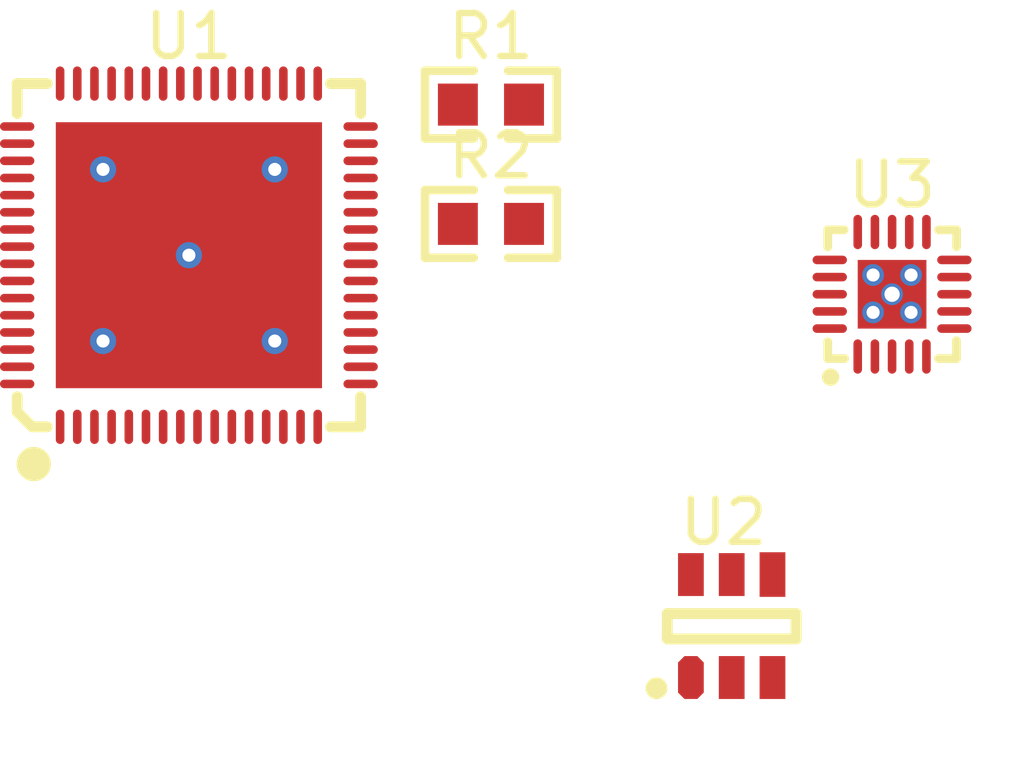
<source format=kicad_pcb>
(kicad_pcb (version 20241229) (generator "pcbnew") (generator_version "9.0")
  (layers (0 "F.Cu" signal) (2 "B.Cu" signal) (13 "F.Paste" user) (15 "B.Paste" user) (5 "F.SilkS" user "F.Silkscreen") (7 "B.SilkS" user "B.Silkscreen") (1 "F.Mask" user) (3 "B.Mask" user) (25 "Edge.Cuts" user))
  (net 0 "")
  (net 1 "GND")
  (net 2 "Net-(U2-ISET)")
  (net 3 "+3.3V")
  (net 4 "/PWRSTOP")
  (net 67 "/PWRSTART")
  (net 69 "+5V")
  (net 70 "VBUS")
  (footprint "CHXXX:0603" (layer "F.Cu") (at 109.211 71.81)
    (property "Reference" "R2" (at 0.77 -1.59 0) (layer "F.SilkS"))
    (property "Value" "51k")
    (fp_line (start -0.765 -0.79) (end 0.37 -0.79) (stroke (width 0.2)) (layer "F.SilkS"))
    (fp_line (start -0.765 0.79) (end -0.765 -0.79) (stroke (width 0.2)) (layer "F.SilkS"))
    (fp_line (start -0.765 0.79) (end 0.37 0.79) (stroke (width 0.2)) (layer "F.SilkS"))
    (fp_line (start 1.17 -0.79) (end 2.305 -0.79) (stroke (width 0.2)) (layer "F.SilkS"))
    (fp_line (start 1.17 0.79) (end 2.305 0.79) (stroke (width 0.2)) (layer "F.SilkS"))
    (fp_line (start 2.305 0.79) (end 2.305 -0.79) (stroke (width 0.2)) (layer "F.SilkS"))
    (pad "1" smd rect (at 0 0) (size 0.93 0.98) (layers "F.Cu" "F.Mask" "F.Paste") (net 4 "/PWRSTOP"))
    (pad "2" smd rect (at 1.54 0) (size 0.93 0.98) (layers "F.Cu" "F.Mask" "F.Paste") (net 3 "+3.3V"))
  )
  (footprint "CHXXX:QFN20_3X3" (layer "F.Cu") (at 119.3238 73.45)
    (property "Reference" "U3" (at 0 -2.5512 0) (layer "F.SilkS"))
    (property "Value" "CH211D")
    (fp_line (start -1.497 -1.5) (end -1.11824 -1.5) (stroke (width 0.2032)) (layer "F.SilkS"))
    (fp_line (start -1.497 -1.10483) (end -1.497 -1.5) (stroke (width 0.2032)) (layer "F.SilkS"))
    (fp_line (start -1.497 1.5) (end -1.497 1.10814) (stroke (width 0.203)) (layer "F.SilkS"))
    (fp_line (start -1.497 1.5) (end -1.10514 1.5) (stroke (width 0.203)) (layer "F.SilkS"))
    (fp_line (start 1.07904 1.5) (end 1.5 1.5) (stroke (width 0.2032)) (layer "F.SilkS"))
    (fp_line (start 1.08204 -1.5) (end 1.503 -1.5) (stroke (width 0.2032)) (layer "F.SilkS"))
    (fp_line (start 1.5 1.5) (end 1.5 1.08043) (stroke (width 0.2032)) (layer "F.SilkS"))
    (fp_line (start 1.503 -1.10763) (end 1.503 -1.5) (stroke (width 0.2032)) (layer "F.SilkS"))
    (fp_circle (center -1.43142 1.9304) (end -1.43142 1.8288) (stroke (width 0.2032)) (fill no) (layer "F.SilkS"))
    (pad "0" thru_hole circle (at -0.44186 -0.44872) (size 0.508 0.508) (drill 0.3048) (layers "*.Cu" "In1.Cu" "In2.Cu" "In3.Cu" "In4.Cu" "In5.Cu" "In6.Cu" "In7.Cu" "In8.Cu" "In9.Cu" "In10.Cu" "In11.Cu" "In12.Cu" "In13.Cu" "In14.Cu" "In15.Cu" "In16.Cu" "In17.Cu" "In18.Cu" "In19.Cu" "In20.Cu" "In21.Cu" "In22.Cu" "In23.Cu" "In24.Cu" "In25.Cu" "In26.Cu" "In27.Cu" "In28.Cu" "In29.Cu" "In30.Cu"))
    (pad "0" thru_hole circle (at -0.44186 0.4225) (size 0.508 0.508) (drill 0.3048) (layers "*.Cu" "In1.Cu" "In2.Cu" "In3.Cu" "In4.Cu" "In5.Cu" "In6.Cu" "In7.Cu" "In8.Cu" "In9.Cu" "In10.Cu" "In11.Cu" "In12.Cu" "In13.Cu" "In14.Cu" "In15.Cu" "In16.Cu" "In17.Cu" "In18.Cu" "In19.Cu" "In20.Cu" "In21.Cu" "In22.Cu" "In23.Cu" "In24.Cu" "In25.Cu" "In26.Cu" "In27.Cu" "In28.Cu" "In29.Cu" "In30.Cu"))
    (pad "0" thru_hole circle (at 0 0) (size 0.508 0.508) (drill 0.3556) (layers "*.Cu" "*.Mask" "In1.Cu" "In2.Cu" "In3.Cu" "In4.Cu" "In5.Cu" "In6.Cu" "In7.Cu" "In8.Cu" "In9.Cu" "In10.Cu" "In11.Cu" "In12.Cu" "In13.Cu" "In14.Cu" "In15.Cu" "In16.Cu" "In17.Cu" "In18.Cu" "In19.Cu" "In20.Cu" "In21.Cu" "In22.Cu" "In23.Cu" "In24.Cu" "In25.Cu" "In26.Cu" "In27.Cu" "In28.Cu" "In29.Cu" "In30.Cu"))
    (pad "0" smd rect (at 0 0 270) (size 1.6 1.6) (layers "F.Cu" "F.Mask" "F.Paste"))
    (pad "0" thru_hole circle (at 0.44206 -0.44872) (size 0.508 0.508) (drill 0.3048) (layers "*.Cu" "In1.Cu" "In2.Cu" "In3.Cu" "In4.Cu" "In5.Cu" "In6.Cu" "In7.Cu" "In8.Cu" "In9.Cu" "In10.Cu" "In11.Cu" "In12.Cu" "In13.Cu" "In14.Cu" "In15.Cu" "In16.Cu" "In17.Cu" "In18.Cu" "In19.Cu" "In20.Cu" "In21.Cu" "In22.Cu" "In23.Cu" "In24.Cu" "In25.Cu" "In26.Cu" "In27.Cu" "In28.Cu" "In29.Cu" "In30.Cu"))
    (pad "0" thru_hole circle (at 0.44206 0.4225) (size 0.508 0.508) (drill 0.3048) (layers "*.Cu" "In1.Cu" "In2.Cu" "In3.Cu" "In4.Cu" "In5.Cu" "In6.Cu" "In7.Cu" "In8.Cu" "In9.Cu" "In10.Cu" "In11.Cu" "In12.Cu" "In13.Cu" "In14.Cu" "In15.Cu" "In16.Cu" "In17.Cu" "In18.Cu" "In19.Cu" "In20.Cu" "In21.Cu" "In22.Cu" "In23.Cu" "In24.Cu" "In25.Cu" "In26.Cu" "In27.Cu" "In28.Cu" "In29.Cu" "In30.Cu"))
    (pad "1" smd oval (at -0.8 1.4512) (size 0.2 0.8) (layers "F.Cu" "F.Mask" "F.Paste"))
    (pad "2" smd oval (at -0.4 1.4512) (size 0.2 0.8) (layers "F.Cu" "F.Mask" "F.Paste"))
    (pad "3" smd oval (at 0 1.4512) (size 0.2 0.8) (layers "F.Cu" "F.Mask" "F.Paste"))
    (pad "4" smd oval (at 0.4 1.4512) (size 0.2 0.8) (layers "F.Cu" "F.Mask" "F.Paste"))
    (pad "5" smd oval (at 0.8 1.4512) (size 0.2 0.8) (layers "F.Cu" "F.Mask" "F.Paste"))
    (pad "6" smd oval (at 1.4512 0.8 90) (size 0.2 0.8) (layers "F.Cu" "F.Mask" "F.Paste"))
    (pad "7" smd oval (at 1.4512 0.4 90) (size 0.2 0.8) (layers "F.Cu" "F.Mask" "F.Paste"))
    (pad "8" smd oval (at 1.4512 0 90) (size 0.2 0.8) (layers "F.Cu" "F.Mask" "F.Paste"))
    (pad "9" smd oval (at 1.4512 -0.4 90) (size 0.2 0.8) (layers "F.Cu" "F.Mask" "F.Paste"))
    (pad "10" smd oval (at 1.4512 -0.8 90) (size 0.2 0.8) (layers "F.Cu" "F.Mask" "F.Paste"))
    (pad "11" smd oval (at 0.8002 -1.4512 180) (size 0.2 0.8) (layers "F.Cu" "F.Mask" "F.Paste"))
    (pad "12" smd oval (at 0.4002 -1.4512 180) (size 0.2 0.8) (layers "F.Cu" "F.Mask" "F.Paste"))
    (pad "13" smd oval (at 0.0002 -1.4512 180) (size 0.2 0.8) (layers "F.Cu" "F.Mask" "F.Paste"))
    (pad "14" smd oval (at -0.3998 -1.4512 180) (size 0.2 0.8) (layers "F.Cu" "F.Mask" "F.Paste"))
    (pad "15" smd oval (at -0.7998 -1.4512 180) (size 0.2 0.8) (layers "F.Cu" "F.Mask" "F.Paste"))
    (pad "16" smd oval (at -1.4512 -0.8 270) (size 0.2 0.8) (layers "F.Cu" "F.Mask" "F.Paste"))
    (pad "17" smd oval (at -1.4512 -0.4 270) (size 0.2 0.8) (layers "F.Cu" "F.Mask" "F.Paste"))
    (pad "18" smd oval (at -1.4512 0 270) (size 0.2 0.8) (layers "F.Cu" "F.Mask" "F.Paste"))
    (pad "19" smd oval (at -1.4512 0.4 270) (size 0.2 0.8) (layers "F.Cu" "F.Mask" "F.Paste"))
    (pad "20" smd oval (at -1.4512 0.8 270) (size 0.2 0.8) (layers "F.Cu" "F.Mask" "F.Paste"))
  )
  (footprint "CHXXX:0603" (layer "F.Cu") (at 109.211 69.03)
    (property "Reference" "R1" (at 0.77 -1.59 0) (layer "F.SilkS"))
    (property "Value" "24k")
    (fp_line (start -0.765 -0.79) (end 0.37 -0.79) (stroke (width 0.2)) (layer "F.SilkS"))
    (fp_line (start -0.765 0.79) (end -0.765 -0.79) (stroke (width 0.2)) (layer "F.SilkS"))
    (fp_line (start -0.765 0.79) (end 0.37 0.79) (stroke (width 0.2)) (layer "F.SilkS"))
    (fp_line (start 1.17 -0.79) (end 2.305 -0.79) (stroke (width 0.2)) (layer "F.SilkS"))
    (fp_line (start 1.17 0.79) (end 2.305 0.79) (stroke (width 0.2)) (layer "F.SilkS"))
    (fp_line (start 2.305 0.79) (end 2.305 -0.79) (stroke (width 0.2)) (layer "F.SilkS"))
    (pad "1" smd rect (at 0 0) (size 0.93 0.98) (layers "F.Cu" "F.Mask" "F.Paste") (net 1 "GND"))
    (pad "2" smd rect (at 1.54 0) (size 0.93 0.98) (layers "F.Cu" "F.Mask" "F.Paste") (net 2 "Net-(U2-ISET)"))
  )
  (footprint "CHXXX:QFN64_8X8" (layer "F.Cu") (at 102.946 72.54)
    (property "Reference" "U1" (at 0 -5.1 0) (layer "F.SilkS"))
    (property "Value" "CH634W6G")
    (fp_line (start -4 -4) (end -3.3 -4) (stroke (width 0.254)) (layer "F.SilkS"))
    (fp_line (start -4 -3.3) (end -4 -4) (stroke (width 0.254)) (layer "F.SilkS"))
    (fp_line (start -4 3.65) (end -4 3.3) (stroke (width 0.254)) (layer "F.SilkS"))
    (fp_line (start -4 3.65) (end -3.65 4) (stroke (width 0.254)) (layer "F.SilkS"))
    (fp_line (start -3.65 4) (end -3.3 4) (stroke (width 0.254)) (layer "F.SilkS"))
    (fp_line (start 3.3 -4) (end 4 -4) (stroke (width 0.254)) (layer "F.SilkS"))
    (fp_line (start 3.3 4) (end 4 4) (stroke (width 0.254)) (layer "F.SilkS"))
    (fp_line (start 4 -3.3) (end 4 -4) (stroke (width 0.254)) (layer "F.SilkS"))
    (fp_line (start 4 4) (end 4 3.3) (stroke (width 0.254)) (layer "F.SilkS"))
    (fp_circle (center -3.61347 4.86697) (end -3.61347 4.66697) (stroke (width 0.4)) (fill no) (layer "F.SilkS"))
    (pad "0" thru_hole circle (at -2 -2) (size 0.6096 0.6096) (drill 0.3048) (layers "*.Cu" "*.Mask" "In1.Cu" "In2.Cu" "In3.Cu" "In4.Cu" "In5.Cu" "In6.Cu" "In7.Cu" "In8.Cu" "In9.Cu" "In10.Cu" "In11.Cu" "In12.Cu" "In13.Cu" "In14.Cu" "In15.Cu" "In16.Cu" "In17.Cu" "In18.Cu" "In19.Cu" "In20.Cu" "In21.Cu" "In22.Cu" "In23.Cu" "In24.Cu" "In25.Cu" "In26.Cu" "In27.Cu" "In28.Cu" "In29.Cu" "In30.Cu"))
    (pad "0" thru_hole circle (at -2 2) (size 0.6096 0.6096) (drill 0.3048) (layers "*.Cu" "*.Mask" "In1.Cu" "In2.Cu" "In3.Cu" "In4.Cu" "In5.Cu" "In6.Cu" "In7.Cu" "In8.Cu" "In9.Cu" "In10.Cu" "In11.Cu" "In12.Cu" "In13.Cu" "In14.Cu" "In15.Cu" "In16.Cu" "In17.Cu" "In18.Cu" "In19.Cu" "In20.Cu" "In21.Cu" "In22.Cu" "In23.Cu" "In24.Cu" "In25.Cu" "In26.Cu" "In27.Cu" "In28.Cu" "In29.Cu" "In30.Cu"))
    (pad "0" thru_hole circle (at 0 0) (size 0.6096 0.6096) (drill 0.3048) (layers "*.Cu" "*.Mask" "In1.Cu" "In2.Cu" "In3.Cu" "In4.Cu" "In5.Cu" "In6.Cu" "In7.Cu" "In8.Cu" "In9.Cu" "In10.Cu" "In11.Cu" "In12.Cu" "In13.Cu" "In14.Cu" "In15.Cu" "In16.Cu" "In17.Cu" "In18.Cu" "In19.Cu" "In20.Cu" "In21.Cu" "In22.Cu" "In23.Cu" "In24.Cu" "In25.Cu" "In26.Cu" "In27.Cu" "In28.Cu" "In29.Cu" "In30.Cu"))
    (pad "0" smd rect (at 0 0) (size 6.2 6.2) (layers "F.Cu" "F.Mask" "F.Paste"))
    (pad "0" thru_hole circle (at 2 -2) (size 0.6096 0.6096) (drill 0.3048) (layers "*.Cu" "*.Mask" "In1.Cu" "In2.Cu" "In3.Cu" "In4.Cu" "In5.Cu" "In6.Cu" "In7.Cu" "In8.Cu" "In9.Cu" "In10.Cu" "In11.Cu" "In12.Cu" "In13.Cu" "In14.Cu" "In15.Cu" "In16.Cu" "In17.Cu" "In18.Cu" "In19.Cu" "In20.Cu" "In21.Cu" "In22.Cu" "In23.Cu" "In24.Cu" "In25.Cu" "In26.Cu" "In27.Cu" "In28.Cu" "In29.Cu" "In30.Cu"))
    (pad "0" thru_hole circle (at 2 2) (size 0.6096 0.6096) (drill 0.3048) (layers "*.Cu" "*.Mask" "In1.Cu" "In2.Cu" "In3.Cu" "In4.Cu" "In5.Cu" "In6.Cu" "In7.Cu" "In8.Cu" "In9.Cu" "In10.Cu" "In11.Cu" "In12.Cu" "In13.Cu" "In14.Cu" "In15.Cu" "In16.Cu" "In17.Cu" "In18.Cu" "In19.Cu" "In20.Cu" "In21.Cu" "In22.Cu" "In23.Cu" "In24.Cu" "In25.Cu" "In26.Cu" "In27.Cu" "In28.Cu" "In29.Cu" "In30.Cu"))
    (pad "1" smd oval (at -3 4) (size 0.2 0.8) (layers "F.Cu" "F.Mask" "F.Paste"))
    (pad "2" smd oval (at -2.6 4) (size 0.2 0.8) (layers "F.Cu" "F.Mask" "F.Paste"))
    (pad "3" smd oval (at -2.2 4) (size 0.2 0.8) (layers "F.Cu" "F.Mask" "F.Paste"))
    (pad "4" smd oval (at -1.8 4) (size 0.2 0.8) (layers "F.Cu" "F.Mask" "F.Paste"))
    (pad "5" smd oval (at -1.4 4) (size 0.2 0.8) (layers "F.Cu" "F.Mask" "F.Paste"))
    (pad "6" smd oval (at -1 4) (size 0.2 0.8) (layers "F.Cu" "F.Mask" "F.Paste"))
    (pad "7" smd oval (at -0.6 4) (size 0.2 0.8) (layers "F.Cu" "F.Mask" "F.Paste"))
    (pad "8" smd oval (at -0.2 4) (size 0.2 0.8) (layers "F.Cu" "F.Mask" "F.Paste"))
    (pad "9" smd oval (at 0.2 4) (size 0.2 0.8) (layers "F.Cu" "F.Mask" "F.Paste"))
    (pad "10" smd oval (at 0.6 4) (size 0.2 0.8) (layers "F.Cu" "F.Mask" "F.Paste"))
    (pad "11" smd oval (at 1 4) (size 0.2 0.8) (layers "F.Cu" "F.Mask" "F.Paste"))
    (pad "12" smd oval (at 1.4 4) (size 0.2 0.8) (layers "F.Cu" "F.Mask" "F.Paste"))
    (pad "13" smd oval (at 1.8 4) (size 0.2 0.8) (layers "F.Cu" "F.Mask" "F.Paste"))
    (pad "14" smd oval (at 2.2 4) (size 0.2 0.8) (layers "F.Cu" "F.Mask" "F.Paste"))
    (pad "15" smd oval (at 2.6 4) (size 0.2 0.8) (layers "F.Cu" "F.Mask" "F.Paste"))
    (pad "16" smd oval (at 3 4) (size 0.2 0.8) (layers "F.Cu" "F.Mask" "F.Paste"))
    (pad "17" smd oval (at 4 3 90) (size 0.2 0.8) (layers "F.Cu" "F.Mask" "F.Paste"))
    (pad "18" smd oval (at 4 2.6 90) (size 0.2 0.8) (layers "F.Cu" "F.Mask" "F.Paste"))
    (pad "19" smd oval (at 4 2.2 90) (size 0.2 0.8) (layers "F.Cu" "F.Mask" "F.Paste"))
    (pad "20" smd oval (at 4 1.8 90) (size 0.2 0.8) (layers "F.Cu" "F.Mask" "F.Paste"))
    (pad "21" smd oval (at 4 1.4 90) (size 0.2 0.8) (layers "F.Cu" "F.Mask" "F.Paste"))
    (pad "22" smd oval (at 4 1 90) (size 0.2 0.8) (layers "F.Cu" "F.Mask" "F.Paste"))
    (pad "23" smd oval (at 4 0.6 90) (size 0.2 0.8) (layers "F.Cu" "F.Mask" "F.Paste"))
    (pad "24" smd oval (at 4 0.2 90) (size 0.2 0.8) (layers "F.Cu" "F.Mask" "F.Paste"))
    (pad "25" smd oval (at 4 -0.2 90) (size 0.2 0.8) (layers "F.Cu" "F.Mask" "F.Paste"))
    (pad "26" smd oval (at 4 -0.6 90) (size 0.2 0.8) (layers "F.Cu" "F.Mask" "F.Paste"))
    (pad "27" smd oval (at 4 -1 90) (size 0.2 0.8) (layers "F.Cu" "F.Mask" "F.Paste"))
    (pad "28" smd oval (at 4 -1.4 90) (size 0.2 0.8) (layers "F.Cu" "F.Mask" "F.Paste"))
    (pad "29" smd oval (at 4 -1.8 90) (size 0.2 0.8) (layers "F.Cu" "F.Mask" "F.Paste"))
    (pad "30" smd oval (at 4 -2.2 90) (size 0.2 0.8) (layers "F.Cu" "F.Mask" "F.Paste"))
    (pad "31" smd oval (at 4 -2.6 90) (size 0.2 0.8) (layers "F.Cu" "F.Mask" "F.Paste"))
    (pad "32" smd oval (at 4 -3 90) (size 0.2 0.8) (layers "F.Cu" "F.Mask" "F.Paste"))
    (pad "33" smd oval (at 3 -4 180) (size 0.2 0.8) (layers "F.Cu" "F.Mask" "F.Paste") (net 4 "/PWRSTOP"))
    (pad "34" smd oval (at 2.6 -4 180) (size 0.2 0.8) (layers "F.Cu" "F.Mask" "F.Paste") (net 67 "/PWRSTART"))
    (pad "35" smd oval (at 2.2 -4 180) (size 0.2 0.8) (layers "F.Cu" "F.Mask" "F.Paste"))
    (pad "36" smd oval (at 1.8 -4 180) (size 0.2 0.8) (layers "F.Cu" "F.Mask" "F.Paste"))
    (pad "37" smd oval (at 1.4 -4 180) (size 0.2 0.8) (layers "F.Cu" "F.Mask" "F.Paste"))
    (pad "38" smd oval (at 1 -4 180) (size 0.2 0.8) (layers "F.Cu" "F.Mask" "F.Paste"))
    (pad "39" smd oval (at 0.6 -4 180) (size 0.2 0.8) (layers "F.Cu" "F.Mask" "F.Paste"))
    (pad "40" smd oval (at 0.2 -4 180) (size 0.2 0.8) (layers "F.Cu" "F.Mask" "F.Paste"))
    (pad "41" smd oval (at -0.2 -4 180) (size 0.2 0.8) (layers "F.Cu" "F.Mask" "F.Paste"))
    (pad "42" smd oval (at -0.6 -4 180) (size 0.2 0.8) (layers "F.Cu" "F.Mask" "F.Paste"))
    (pad "43" smd oval (at -1 -4 180) (size 0.2 0.8) (layers "F.Cu" "F.Mask" "F.Paste"))
    (pad "44" smd oval (at -1.4 -4 180) (size 0.2 0.8) (layers "F.Cu" "F.Mask" "F.Paste"))
    (pad "45" smd oval (at -1.8 -4 180) (size 0.2 0.8) (layers "F.Cu" "F.Mask" "F.Paste"))
    (pad "46" smd oval (at -2.2 -4 180) (size 0.2 0.8) (layers "F.Cu" "F.Mask" "F.Paste"))
    (pad "47" smd oval (at -2.6 -4 180) (size 0.2 0.8) (layers "F.Cu" "F.Mask" "F.Paste"))
    (pad "48" smd oval (at -3 -4 180) (size 0.2 0.8) (layers "F.Cu" "F.Mask" "F.Paste"))
    (pad "49" smd oval (at -4 -3 270) (size 0.2 0.8) (layers "F.Cu" "F.Mask" "F.Paste"))
    (pad "50" smd oval (at -4 -2.6 270) (size 0.2 0.8) (layers "F.Cu" "F.Mask" "F.Paste"))
    (pad "51" smd oval (at -4 -2.2 270) (size 0.2 0.8) (layers "F.Cu" "F.Mask" "F.Paste"))
    (pad "52" smd oval (at -4 -1.8 270) (size 0.2 0.8) (layers "F.Cu" "F.Mask" "F.Paste"))
    (pad "53" smd oval (at -4 -1.4 270) (size 0.2 0.8) (layers "F.Cu" "F.Mask" "F.Paste"))
    (pad "54" smd oval (at -4 -1 270) (size 0.2 0.8) (layers "F.Cu" "F.Mask" "F.Paste"))
    (pad "55" smd oval (at -4 -0.6 270) (size 0.2 0.8) (layers "F.Cu" "F.Mask" "F.Paste"))
    (pad "56" smd oval (at -4 -0.2 270) (size 0.2 0.8) (layers "F.Cu" "F.Mask" "F.Paste"))
    (pad "57" smd oval (at -4 0.2 270) (size 0.2 0.8) (layers "F.Cu" "F.Mask" "F.Paste"))
    (pad "58" smd oval (at -4 0.6 270) (size 0.2 0.8) (layers "F.Cu" "F.Mask" "F.Paste"))
    (pad "59" smd oval (at -4 1 270) (size 0.2 0.8) (layers "F.Cu" "F.Mask" "F.Paste"))
    (pad "60" smd oval (at -4 1.4 270) (size 0.2 0.8) (layers "F.Cu" "F.Mask" "F.Paste"))
    (pad "61" smd oval (at -4 1.8 270) (size 0.2 0.8) (layers "F.Cu" "F.Mask" "F.Paste"))
    (pad "62" smd oval (at -4 2.2 270) (size 0.2 0.8) (layers "F.Cu" "F.Mask" "F.Paste"))
    (pad "63" smd oval (at -4 2.6 270) (size 0.2 0.8) (layers "F.Cu" "F.Mask" "F.Paste"))
    (pad "64" smd oval (at -4 3 270) (size 0.2 0.8) (layers "F.Cu" "F.Mask" "F.Paste"))
  )
  (footprint "CHXXX:SOT-23-6" (layer "F.Cu") (at 114.6385 82.383)
    (property "Reference" "U2" (at 0.7615 -3.62 0) (layer "F.SilkS"))
    (property "Value" "*")
    (fp_line (start -0.55 -1.49) (end 2.45 -1.49) (stroke (width 0.254)) (layer "F.SilkS"))
    (fp_line (start -0.55 -0.9) (end -0.55 -1.49) (stroke (width 0.254)) (layer "F.SilkS"))
    (fp_line (start -0.55 -0.9) (end 2.45 -0.9) (stroke (width 0.254)) (layer "F.SilkS"))
    (fp_line (start 2.45 -0.9) (end 2.45 -1.49) (stroke (width 0.254)) (layer "F.SilkS"))
    (fp_circle (center -0.8 0.25) (end -0.8 0.123) (stroke (width 0.254)) (fill no) (layer "F.SilkS"))
    (pad "1" smd roundrect (at 0 0) (size 0.6 1) (layers "F.Cu" "F.Mask" "F.Paste") (chamfer_ratio 0.25) (chamfer top_left top_right bottom_left bottom_right) (net 70 "VBUS"))
    (pad "2" smd rect (at 0.95 0) (size 0.6 1) (layers "F.Cu" "F.Mask" "F.Paste") (net 1 "GND"))
    (pad "3" smd rect (at 1.9 0) (size 0.6 1) (layers "F.Cu" "F.Mask" "F.Paste") (net 4 "/PWRSTOP"))
    (pad "4" smd rect (at 1.9 -2.4) (size 0.6 1.04) (layers "F.Cu" "F.Mask" "F.Paste") (net 67 "/PWRSTART"))
    (pad "5" smd rect (at 0.95 -2.4) (size 0.6 1) (layers "F.Cu" "F.Mask" "F.Paste") (net 2 "Net-(U2-ISET)"))
    (pad "6" smd rect (at 0 -2.4) (size 0.6 1) (layers "F.Cu" "F.Mask" "F.Paste") (net 69 "+5V"))
  )
)
</source>
